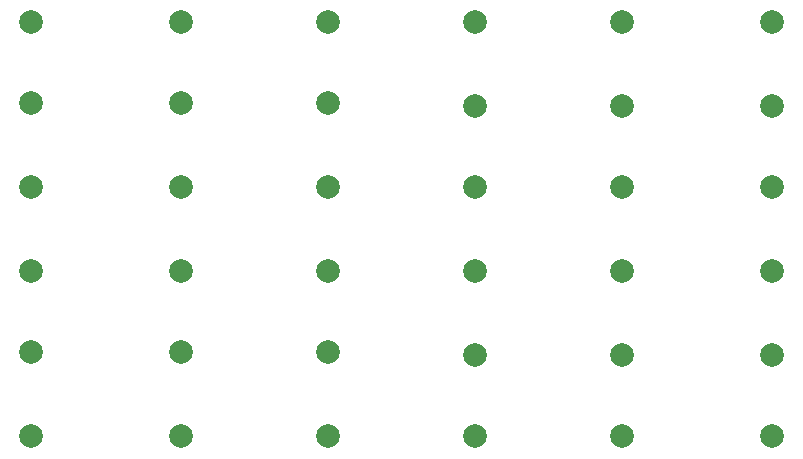
<source format=gbr>
%TF.GenerationSoftware,KiCad,Pcbnew,(5.1.6)-1*%
%TF.CreationDate,2020-07-06T13:03:39-04:00*%
%TF.ProjectId,HVPatchBoard,48565061-7463-4684-926f-6172642e6b69,rev?*%
%TF.SameCoordinates,Original*%
%TF.FileFunction,Copper,L2,Bot*%
%TF.FilePolarity,Positive*%
%FSLAX46Y46*%
G04 Gerber Fmt 4.6, Leading zero omitted, Abs format (unit mm)*
G04 Created by KiCad (PCBNEW (5.1.6)-1) date 2020-07-06 13:03:39*
%MOMM*%
%LPD*%
G01*
G04 APERTURE LIST*
%TA.AperFunction,ComponentPad*%
%ADD10C,2.000000*%
%TD*%
G04 APERTURE END LIST*
D10*
%TO.P,J4,1*%
%TO.N,Net-(J2-Pad1)*%
X122174000Y-66802000D03*
%TD*%
%TO.P,J3,1*%
%TO.N,Net-(J3-Pad1)*%
X122174000Y-73914000D03*
%TD*%
%TO.P,J5,1*%
%TO.N,Net-(J3-Pad1)*%
X122174000Y-59944000D03*
%TD*%
%TO.P,J6,1*%
%TO.N,Net-(J1-Pad1)*%
X122174000Y-52832000D03*
%TD*%
%TO.P,J1,1*%
%TO.N,Net-(J1-Pad1)*%
X122174000Y-87884000D03*
%TD*%
%TO.P,J2,1*%
%TO.N,Net-(J2-Pad1)*%
X122174000Y-81026000D03*
%TD*%
%TO.P,J4,1*%
%TO.N,Net-(J2-Pad1)*%
X97028000Y-66802000D03*
%TD*%
%TO.P,J4,1*%
%TO.N,Net-(J2-Pad1)*%
X109474000Y-66802000D03*
%TD*%
%TO.P,J3,1*%
%TO.N,Net-(J3-Pad1)*%
X109474000Y-73914000D03*
%TD*%
%TO.P,J6,1*%
%TO.N,Net-(J1-Pad1)*%
X109474000Y-52832000D03*
%TD*%
%TO.P,J1,1*%
%TO.N,Net-(J1-Pad1)*%
X109474000Y-87884000D03*
%TD*%
%TO.P,J1,1*%
%TO.N,Net-(J1-Pad1)*%
X97028000Y-87884000D03*
%TD*%
%TO.P,J2,1*%
%TO.N,Net-(J2-Pad1)*%
X109474000Y-81026000D03*
%TD*%
%TO.P,J5,1*%
%TO.N,Net-(J3-Pad1)*%
X109474000Y-59944000D03*
%TD*%
%TO.P,J5,1*%
%TO.N,Net-(J3-Pad1)*%
X97028000Y-59944000D03*
%TD*%
%TO.P,J2,1*%
%TO.N,Net-(J2-Pad1)*%
X97028000Y-81026000D03*
%TD*%
%TO.P,J6,1*%
%TO.N,Net-(J1-Pad1)*%
X97028000Y-52832000D03*
%TD*%
%TO.P,J3,1*%
%TO.N,Net-(J3-Pad1)*%
X97028000Y-73914000D03*
%TD*%
%TO.P,J4,1*%
%TO.N,Net-(J2-Pad1)*%
X84582000Y-73914000D03*
%TD*%
%TO.P,J4,1*%
%TO.N,Net-(J2-Pad1)*%
X72136000Y-73914000D03*
%TD*%
%TO.P,J3,1*%
%TO.N,Net-(J3-Pad1)*%
X84582000Y-66802000D03*
%TD*%
%TO.P,J3,1*%
%TO.N,Net-(J3-Pad1)*%
X72136000Y-66802000D03*
%TD*%
%TO.P,J5,1*%
%TO.N,Net-(J3-Pad1)*%
X84582000Y-80772000D03*
%TD*%
%TO.P,J5,1*%
%TO.N,Net-(J3-Pad1)*%
X72136000Y-80772000D03*
%TD*%
%TO.P,J6,1*%
%TO.N,Net-(J1-Pad1)*%
X84582000Y-87884000D03*
%TD*%
%TO.P,J6,1*%
%TO.N,Net-(J1-Pad1)*%
X72136000Y-87884000D03*
%TD*%
%TO.P,J1,1*%
%TO.N,Net-(J1-Pad1)*%
X84582000Y-52832000D03*
%TD*%
%TO.P,J1,1*%
%TO.N,Net-(J1-Pad1)*%
X72136000Y-52832000D03*
%TD*%
%TO.P,J2,1*%
%TO.N,Net-(J2-Pad1)*%
X84582000Y-59690000D03*
%TD*%
%TO.P,J2,1*%
%TO.N,Net-(J2-Pad1)*%
X72136000Y-59690000D03*
%TD*%
%TO.P,J6,1*%
%TO.N,Net-(J1-Pad1)*%
X59436000Y-87884000D03*
%TD*%
%TO.P,J5,1*%
%TO.N,Net-(J3-Pad1)*%
X59436000Y-80772000D03*
%TD*%
%TO.P,J4,1*%
%TO.N,Net-(J2-Pad1)*%
X59436000Y-73914000D03*
%TD*%
%TO.P,J3,1*%
%TO.N,Net-(J3-Pad1)*%
X59436000Y-66802000D03*
%TD*%
%TO.P,J2,1*%
%TO.N,Net-(J2-Pad1)*%
X59436000Y-59690000D03*
%TD*%
%TO.P,J1,1*%
%TO.N,Net-(J1-Pad1)*%
X59436000Y-52832000D03*
%TD*%
M02*

</source>
